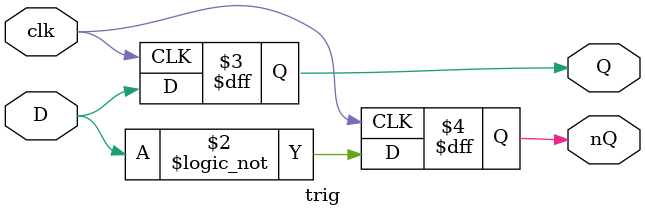
<source format=v>
module trig(clk,D,Q,nQ);

input clk,D;
output Q,nQ;
reg Q,nQ;

always@(posedge clk)
begin
	begin
		Q<=D;
		nQ<=!D;
	end
end
endmodule

</source>
